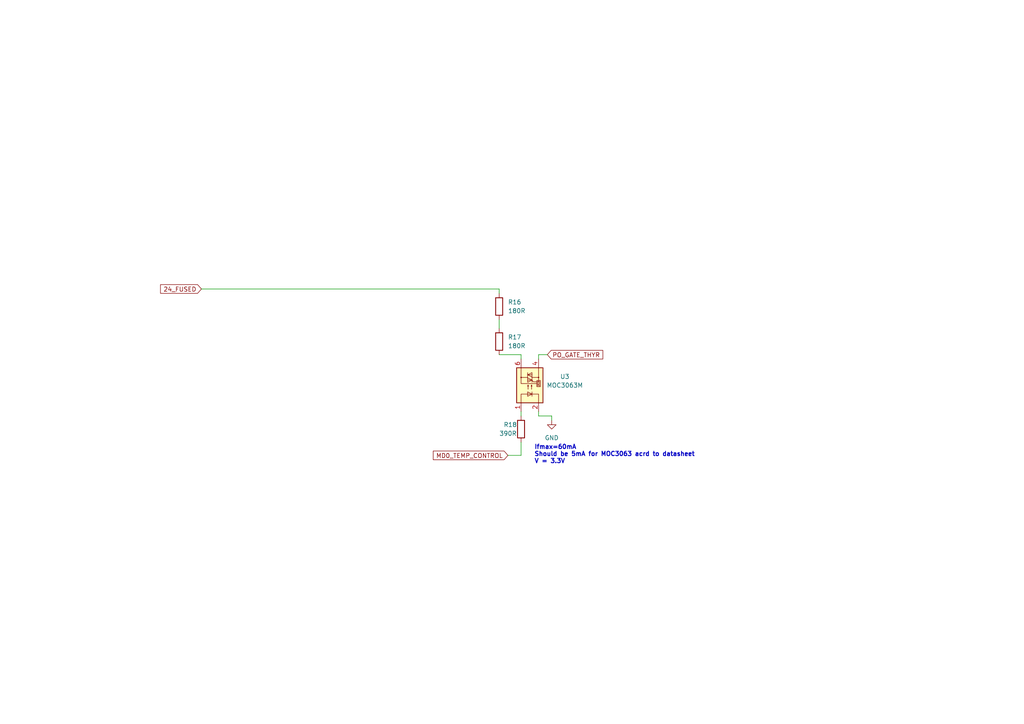
<source format=kicad_sch>
(kicad_sch (version 20250114) (generator "eeschema") (generator_version "9.0")
  (paper "A4")
  (lib_symbols
    (symbol "Device:R" (pin_numbers (hide yes)) (pin_names (offset 0))
      (property "Reference" "R" (at 2.032 0 90))
      (property "Value" "R" (at 0 0 90))
      (symbol "R_0_1"
        (rectangle (start -1.016 -2.54) (end 1.016 2.54) (stroke (width 0.254)))
      )
      (symbol "R_1_1"
        (pin passive line (at 0 3.81 270) (length 1.27) (name "~") (number "1"))
        (pin passive line (at 0 -3.81 90) (length 1.27) (name "~") (number "2"))
      )
    )
    (symbol "GND_2" (power) (pin_numbers (hide yes)) (pin_names (offset 0) (hide yes))
      (property "Value" "GND" (at 0 -3.81 0))
      (symbol "GND_2_0_1"
        (polyline (pts (xy 0 0) (xy 0 -1.27) (xy 1.27 -1.27) (xy 0 -2.54) (xy -1.27 -1.27) (xy 0 -1.27)))
      )
      (symbol "GND_2_1_1"
        (pin power_in line (at 0 0 270) (length 0) (name "~") (number "1"))
      )
    )
    (symbol "Relay_SolidState:MOC3063M"
      (property "Reference" "U" (at -5.08 5.08 0))
      (property "Value" "MOC3063M" (at 0 5.08 0))
      (symbol "MOC3063M_0_0"
        (rectangle (start -0.381 -2.032) (end 1.397 -3.048))
        (polyline (pts (xy 1.524 -0.635) (xy 1.016 -1.016) (xy 1.016 -2.032)))
        (polyline (pts (xy 2.286 -2.54) (xy 1.397 -2.54)))
        (text "ZCD" (at 0.508 -2.54 0) (effects (font (size 0.508 0.508))))
      )
      (symbol "MOC3063M_0_1"
        (rectangle (start -5.08 3.81) (end 5.08 -3.81) (stroke (width 0.254)) (fill (type background)))
        (polyline (pts (xy -5.08 2.54) (xy -2.54 2.54) (xy -2.54 -2.54) (xy -5.08 -2.54)))
        (polyline (pts (xy -3.175 -0.635) (xy -1.905 -0.635)))
        (polyline (pts (xy -2.54 -0.635) (xy -3.175 0.635) (xy -1.905 0.635) (xy -2.54 -0.635)))
        (polyline (pts (xy -1.143 0.508) (xy 0.127 0.508) (xy -0.254 0.381) (xy -0.254 0.635) (xy 0.127 0.508)))
        (polyline (pts (xy -1.143 -0.508) (xy 0.127 -0.508) (xy -0.254 -0.635) (xy -0.254 -0.381) (xy 0.127 -0.508)))
        (polyline (pts (xy 0.889 -0.635) (xy 3.683 -0.635) (xy 3.048 0.635) (xy 2.413 -0.635)))
        (polyline (pts (xy 1.524 -0.635) (xy 1.524 0.635)))
        (polyline (pts (xy 2.286 2.54) (xy 0.508 2.54) (xy 0.508 -2.032)))
        (circle (center 2.286 2.54) (radius 0.127))
        (polyline (pts (xy 2.286 0.635) (xy 2.286 2.54) (xy 5.08 2.54)))
        (polyline (pts (xy 2.286 -0.635) (xy 2.286 -2.54) (xy 5.08 -2.54)))
        (circle (center 2.286 -2.54) (radius 0.127))
        (polyline (pts (xy 3.048 0.635) (xy 3.048 -0.635)))
        (polyline (pts (xy 3.683 0.635) (xy 0.889 0.635) (xy 1.524 -0.635) (xy 2.159 0.635)))
      )
      (symbol "MOC3063M_1_1"
        (pin passive line (at -7.62 2.54 0) (length 2.54) (name "~") (number "1"))
        (pin passive line (at -7.62 -2.54 0) (length 2.54) (name "~") (number "2"))
        (pin no_connect line (at -5.08 0 0) (length 2.54) (hide yes) (name "NC") (number "3"))
        (pin no_connect line (at 5.08 0 180) (length 2.54) (hide yes) (name "NC") (number "5"))
        (pin passive line (at 7.62 2.54 180) (length 2.54) (name "~") (number "6"))
        (pin passive line (at 7.62 -2.54 180) (length 2.54) (name "~") (number "4"))
      )
    )
  )
  (text "Ifmax=60mA\nShould be 5mA for MOC3063 acrd to datasheet \nV = 3.3V\n" (at 154.94 134.62 0) (effects (font (size 1.27 1.27) (bold yes)) (justify left bottom)))
  (wire (pts (xy 144.78 92.71) (xy 144.78 95.25)))
  (wire (pts (xy 151.13 102.87) (xy 144.78 102.87)))
  (wire (pts (xy 160.02 121.92) (xy 160.02 120.65)))
  (wire (pts (xy 156.21 102.87) (xy 158.75 102.87)))
  (wire (pts (xy 156.21 102.87) (xy 156.21 104.14)))
  (wire (pts (xy 156.21 120.65) (xy 156.21 119.38)))
  (wire (pts (xy 160.02 120.65) (xy 156.21 120.65)))
  (wire (pts (xy 151.13 102.87) (xy 151.13 104.14)))
  (wire (pts (xy 144.78 83.82) (xy 144.78 85.09)))
  (wire (pts (xy 151.13 132.08) (xy 151.13 128.27)))
  (wire (pts (xy 58.42 83.82) (xy 144.78 83.82)))
  (wire (pts (xy 147.32 132.08) (xy 151.13 132.08)))
  (wire (pts (xy 151.13 120.65) (xy 151.13 119.38)))
  (global_label "MD0_TEMP_CONTROL" (shape input) (at 147.32 132.08 180) (property "Intersheetrefs" "${INTERSHEET_REFS}" (effects (hide yes))))
  (global_label "PO_GATE_THYR" (shape input) (at 158.75 102.87 0) (property "Intersheetrefs" "${INTERSHEET_REFS}" (effects (hide yes))))
  (global_label "24_FUSED" (shape input) (at 58.42 83.82 180) (property "Intersheetrefs" "${INTERSHEET_REFS}" (effects (hide yes))))
  (symbol (lib_name "GND_2") (lib_id "power:GND") (at 160.02 121.92 0) (unit 1)
    (property "Reference" "#PWR011" (effects (hide yes)))
    (property "Value" "GND" (at 160.02 127 0))
    (property "Description" "Power symbol creates a global label with name \"GND\" , ground" (effects (hide yes)))
  )
  (symbol (lib_id "Device:R") (at 151.13 124.46 180) (unit 1)
    (property "Reference" "R18" (at 146.05 123.19 0) (effects (justify right)))
    (property "Value" "390R" (at 144.78 125.73 0) (effects (justify right)))
    (property "Footprint" "Resistor_SMD:R_0603_1608Metric_Pad0.98x0.95mm_HandSolder" (effects (hide yes)))
  )
  (symbol (lib_id "Device:R") (at 144.78 99.06 0) (unit 1)
    (property "Reference" "R17" (at 147.32 97.79 0) (effects (justify left)))
    (property "Value" "180R" (at 147.32 100.33 0) (effects (justify left)))
    (property "Footprint" "Resistor_SMD:R_0603_1608Metric_Pad0.98x0.95mm_HandSolder" (effects (hide yes)))
  )
  (symbol (lib_id "Device:R") (at 144.78 88.9 0) (unit 1)
    (property "Reference" "R16" (at 147.32 87.63 0) (effects (justify left)))
    (property "Value" "180R" (at 147.32 90.17 0) (effects (justify left)))
    (property "Footprint" "Resistor_SMD:R_0603_1608Metric_Pad0.98x0.95mm_HandSolder" (effects (hide yes)))
  )
  (symbol (lib_id "Relay_SolidState:MOC3063M") (at 153.67 111.76 90) (unit 1)
    (property "Reference" "U3" (at 163.83 109.22 90))
    (property "Value" "MOC3063M" (at 163.83 111.76 90))
    (property "Footprint" "Package_DIP:DIP-6_W7.62mm_LongPads" (effects (hide yes)))
    (property "Datasheet" "https://www.onsemi.com/pub/Collateral/MOC3163M-D.pdf" (effects (hide yes)))
  )
)
</source>
